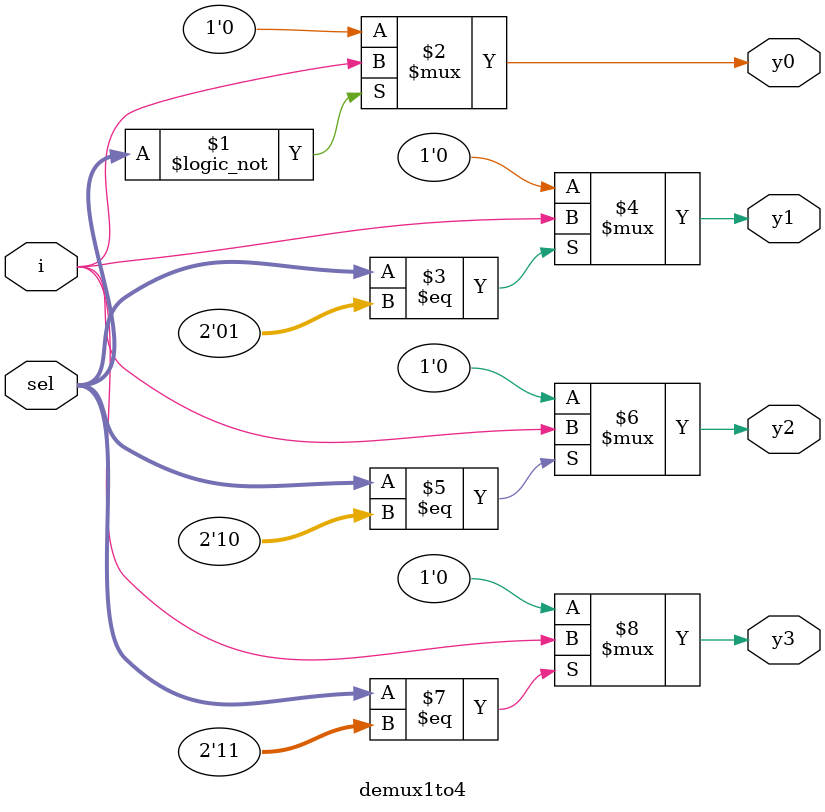
<source format=v>
module demux1to4(
    input wire i,          
    input wire [1:0] sel,   
    output wire y0, y1, y2, y3  
);
    assign y0 = (sel == 2'b00) ? i : 1'b0;
    assign y1 = (sel == 2'b01) ? i : 1'b0;
    assign y2 = (sel == 2'b10) ? i : 1'b0;
    assign y3 = (sel == 2'b11) ? i : 1'b0;
endmodule

</source>
